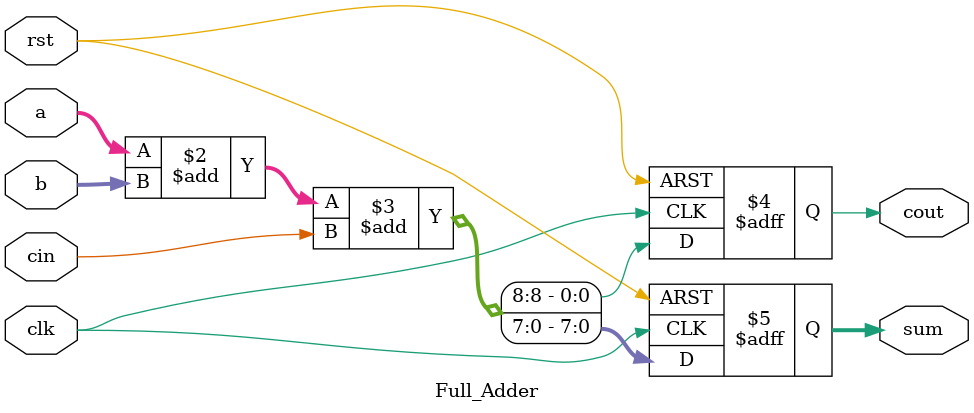
<source format=v>
module Full_Adder(
  input clk,
  input rst,
  input [7:0] a,
  input [7:0] b,
  input cin,
  output reg cout,
  output reg [7:0] sum
);

  always @(posedge clk or posedge rst) begin
    if (rst) begin
      cout <= 0;
      sum <= 0;
    end
    else begin
      {cout, sum} <= a + b + cin;
    end
  end

endmodule


</source>
